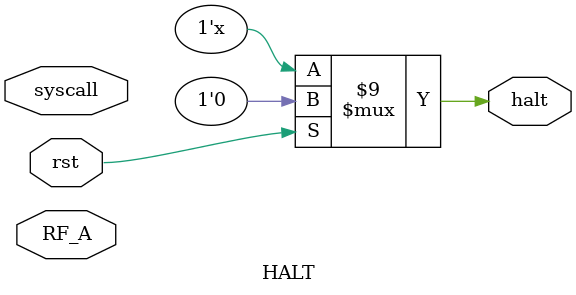
<source format=v>
module HALT(RF_A,syscall,rst,halt);
    input [31:0] RF_A;
    input syscall;
    input rst;
    output reg halt;

    initial begin
        halt=0;
    end

    always @(*) begin
        if (rst) begin
            halt<=0;
        end
        else if((RF_A==32'ha)&&syscall) begin
            halt <= ~halt;
        end
    end
endmodule

</source>
